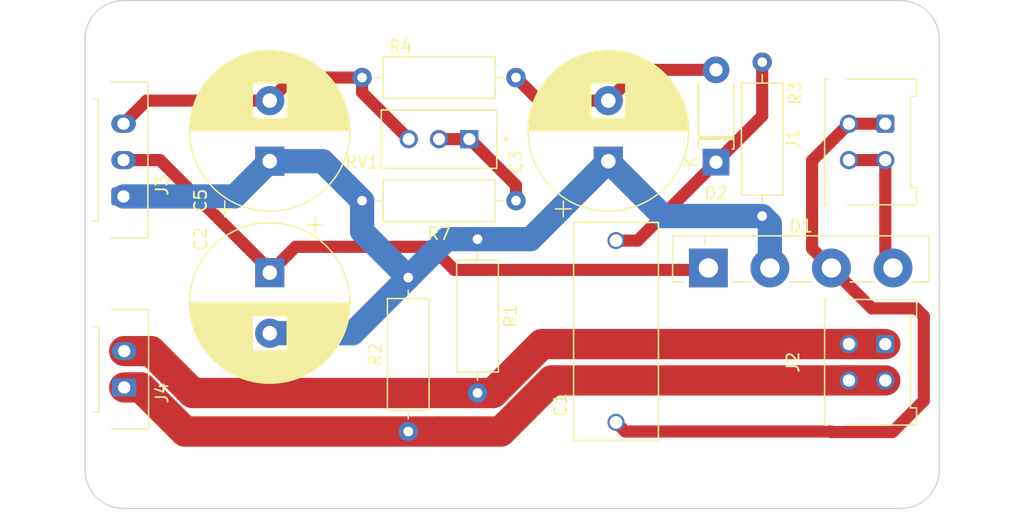
<source format=kicad_pcb>
(kicad_pcb (version 20221018) (generator pcbnew)
  (layers (0 "F.Cu" signal) (31 "B.Cu" signal) (34 "B.Paste" user) (35 "F.Paste" user) (36 "B.SilkS" user "B.Silkscreen") (37 "F.SilkS" user "F.Silkscreen") (38 "B.Mask" user) (39 "F.Mask" user) (44 "Edge.Cuts" user))
  (net 0 "")
  (net 1 "Net-(J1-Pin_2)")
  (net 2 "Net-(D2-K)")
  (net 3 "/B+")
  (net 4 "GND")
  (net 5 "Net-(D2-A)")
  (net 6 "/Bias")
  (net 7 "Net-(J2-Pin_2)")
  (net 8 "Net-(R7-Pad1)")
  (net 9 "Net-(J1-Pin_1)")
  (net 10 "Net-(J2-Pin_1)")
  (footprint "CustomFootprints:Molex_Micro-Fit_3.0_43045-0412_2x02_P3.00mm_Vertical" (layer "F.Cu") (at 167.005 110.895 -90)
    (fp_text reference "J2" (at 1.5 7.62 90) (layer "F.SilkS"))
    (fp_text value "Heater Secondary")
    (pad "" np_thru_hole circle (at -3 3.94 270) (size 1.02 1.02) (drill 1.02) (layers "*.Cu" "*.Mask"))
    (pad "" np_thru_hole circle (at 6 3.94 270) (size 1.02 1.02) (drill 1.02) (layers "*.Cu" "*.Mask"))
    (pad "1" thru_hole roundrect (at 0 0 270) (size 1.5 1.5) (drill 1.02) (layers "*.Cu" "*.Mask") (roundrect_rratio 0.166667) (net 10 "Net-(J2-Pin_1)"))
    (pad "2" thru_hole circle (at 3 0 270) (size 1.5 1.5) (drill 1.02) (layers "*.Cu" "*.Mask") (net 7 "Net-(J2-Pin_2)"))
    (pad "3" thru_hole circle (at 0 3 270) (size 1.5 1.5) (drill 1.02) (layers "*.Cu" "*.Mask") (net 10 "Net-(J2-Pin_1)"))
    (pad "4" thru_hole circle (at 3 3 270) (size 1.5 1.5) (drill 1.02) (layers "*.Cu" "*.Mask") (net 7 "Net-(J2-Pin_2)"))
  )
  (footprint "Resistor_THT:R_Axial_DIN0309_L9.0mm_D3.2mm_P12.70mm_Horizontal" (layer "F.Cu") (at 156.845 87.63 -90)
    (fp_text reference "R3" (at 2.54 -2.72 90) (layer "F.SilkS"))
    (fp_text value "56K")
    (pad "1" thru_hole circle (at 0 0 270) (size 1.6 1.6) (drill 0.8) (layers "*.Cu" "*.Mask") (net 2 "Net-(D2-K)"))
    (pad "2" thru_hole oval (at 12.7 0 270) (size 1.6 1.6) (drill 0.8) (layers "*.Cu" "*.Mask") (net 4 "GND"))
  )
  (footprint "Capacitor_THT:CP_Radial_D13.0mm_P5.00mm" (layer "F.Cu") (at 144.145 95.805 90)
    (fp_text reference "C3" (at -0.08 -7.62 90) (layer "F.SilkS"))
    (fp_text value "25uF")
    (pad "1" thru_hole rect (at 0 0 90) (size 2.4 2.4) (drill 1.2) (layers "*.Cu" "*.Mask") (net 4 "GND"))
    (pad "2" thru_hole circle (at 5 0 90) (size 2.4 2.4) (drill 1.2) (layers "*.Cu" "*.Mask") (net 5 "Net-(D2-A)"))
  )
  (footprint "Diode_THT:D_DO-41_SOD81_P7.62mm_Horizontal" (layer "F.Cu") (at 153.035 95.885 90)
    (fp_text reference "D2" (at -2.54 0 180) (layer "F.SilkS"))
    (fp_text value "D")
    (fp_text user "K" (at 0 -2.1 90) (layer "F.SilkS"))
    (pad "1" thru_hole rect (at 0 0 90) (size 2.2 2.2) (drill 1.1) (layers "*.Cu" "*.Mask") (net 2 "Net-(D2-K)"))
    (pad "2" thru_hole oval (at 7.62 0 90) (size 2.2 2.2) (drill 1.1) (layers "*.Cu" "*.Mask") (net 5 "Net-(D2-A)"))
  )
  (footprint "MountingHole:MountingHole_2.7mm_M2.5" (layer "F.Cu") (at 168.275 121.285)
    (fp_text reference "REF**" hide)
    (fp_text value "MountingHole_2.7mm_M2.5")
    (pad "" np_thru_hole circle (at 0 0) (size 2.7 2.7) (drill 2.7) (layers "*.Cu" "*.Mask"))
  )
  (footprint "Resistor_THT:R_Axial_DIN0309_L9.0mm_D3.2mm_P12.70mm_Horizontal" (layer "F.Cu") (at 136.525 88.9 180)
    (fp_text reference "R4" (at 9.525 2.54 180) (layer "F.SilkS"))
    (fp_text value "15K")
    (pad "1" thru_hole circle (at 0 0 180) (size 1.6 1.6) (drill 0.8) (layers "*.Cu" "*.Mask") (net 5 "Net-(D2-A)"))
    (pad "2" thru_hole oval (at 12.7 0 180) (size 1.6 1.6) (drill 0.8) (layers "*.Cu" "*.Mask") (net 6 "/Bias"))
  )
  (footprint "CustomFootprints:Molex_Micro-Fit_3.0_43650-0215_1x02_P3.00mm_Vertical" (layer "F.Cu") (at 104.195 114.475 90)
    (fp_text reference "J4" (at -0.46 3.12 90) (layer "F.SilkS"))
    (fp_text value "Heater Out")
    (pad "" np_thru_hole circle (at -3 -1.96 90) (size 1.27 1.27) (drill 1.27) (layers "*.Cu" "*.Mask"))
    (pad "" np_thru_hole circle (at 6 -1.96 90) (size 1.27 1.27) (drill 1.27) (layers "*.Cu" "*.Mask"))
    (pad "1" thru_hole roundrect (at 0 0 90) (size 1.5 2.02) (drill 1.02) (layers "*.Cu" "*.Mask") (roundrect_rratio 0.166667) (net 7 "Net-(J2-Pin_2)"))
    (pad "2" thru_hole oval (at 3 0 90) (size 1.5 2.02) (drill 1.02) (layers "*.Cu" "*.Mask") (net 10 "Net-(J2-Pin_1)"))
  )
  (footprint "Capacitor_THT:CP_Radial_D13.0mm_P5.00mm" (layer "F.Cu") (at 116.205 104.999785 -90)
    (fp_text reference "C2" (at -2.764785 5.715 90) (layer "F.SilkS"))
    (fp_text value "40uF")
    (pad "1" thru_hole rect (at 0 0 270) (size 2.4 2.4) (drill 1.2) (layers "*.Cu" "*.Mask") (net 3 "/B+"))
    (pad "2" thru_hole circle (at 5 0 270) (size 2.4 2.4) (drill 1.2) (layers "*.Cu" "*.Mask") (net 4 "GND"))
  )
  (footprint "MountingHole:MountingHole_2.7mm_M2.5" (layer "F.Cu") (at 104.14 121.285)
    (fp_text reference "REF**" hide)
    (fp_text value "MountingHole_2.7mm_M2.5")
    (pad "" np_thru_hole circle (at 0 0) (size 2.7 2.7) (drill 2.7) (layers "*.Cu" "*.Mask"))
  )
  (footprint "Resistor_THT:R_Axial_DIN0309_L9.0mm_D3.2mm_P12.70mm_Horizontal" (layer "F.Cu") (at 133.35 102.235 -90)
    (fp_text reference "R1" (at 6.35 -2.72 90) (layer "F.SilkS"))
    (fp_text value "100K ")
    (pad "1" thru_hole circle (at 0 0 270) (size 1.6 1.6) (drill 0.8) (layers "*.Cu" "*.Mask") (net 4 "GND"))
    (pad "2" thru_hole oval (at 12.7 0 270) (size 1.6 1.6) (drill 0.8) (layers "*.Cu" "*.Mask") (net 10 "Net-(J2-Pin_1)"))
  )
  (footprint "Diode_THT:Diode_Bridge_Vishay_GBL" (layer "F.Cu") (at 152.4 104.615)
    (fp_text reference "D1" (at 7.65 -3.45) (layer "F.SilkS"))
    (fp_text value "Bridge")
    (pad "1" thru_hole rect (at 0 0 180) (size 3.2 3.2) (drill 1.6) (layers "*.Cu" "*.Mask") (net 3 "/B+"))
    (pad "2" thru_hole circle (at 5.08 0 180) (size 3.2 3.2) (drill 1.6) (layers "*.Cu" "*.Mask") (net 4 "GND"))
    (pad "3" thru_hole circle (at 10.16 0 180) (size 3.2 3.2) (drill 1.6) (layers "*.Cu" "*.Mask") (net 9 "Net-(J1-Pin_1)"))
    (pad "4" thru_hole circle (at 15.24 0 180) (size 3.2 3.2) (drill 1.6) (layers "*.Cu" "*.Mask") (net 1 "Net-(J1-Pin_2)"))
  )
  (footprint "CustomFootprints:Molex_Micro-Fit_3.0_43045-0412_2x02_P3.00mm_Vertical" (layer "F.Cu") (at 167.005 92.71 -90)
    (fp_text reference "J1" (at 1.27 7.62 90) (layer "F.SilkS"))
    (fp_text value "HT Secondary")
    (pad "" np_thru_hole circle (at -3 3.94 270) (size 1.02 1.02) (drill 1.02) (layers "*.Cu" "*.Mask"))
    (pad "" np_thru_hole circle (at 6 3.94 270) (size 1.02 1.02) (drill 1.02) (layers "*.Cu" "*.Mask"))
    (pad "1" thru_hole roundrect (at 0 0 270) (size 1.5 1.5) (drill 1.02) (layers "*.Cu" "*.Mask") (roundrect_rratio 0.166667) (net 9 "Net-(J1-Pin_1)"))
    (pad "2" thru_hole circle (at 3 0 270) (size 1.5 1.5) (drill 1.02) (layers "*.Cu" "*.Mask") (net 1 "Net-(J1-Pin_2)"))
    (pad "3" thru_hole circle (at 0 3 270) (size 1.5 1.5) (drill 1.02) (layers "*.Cu" "*.Mask") (net 9 "Net-(J1-Pin_1)"))
    (pad "4" thru_hole circle (at 3 3 270) (size 1.5 1.5) (drill 1.02) (layers "*.Cu" "*.Mask") (net 1 "Net-(J1-Pin_2)"))
  )
  (footprint "CustomFootprints:Molex_Micro-Fit_3.0_43650-0315_1x03_P3.00mm_Vertical" (layer "F.Cu") (at 104.14 98.71 90)
    (fp_text reference "J3" (at 0.92 3.175 90) (layer "F.SilkS"))
    (fp_text value "Power Amp Out")
    (pad "" np_thru_hole circle (at -3 -1.96 90) (size 1.27 1.27) (drill 1.27) (layers "*.Cu" "*.Mask"))
    (pad "" np_thru_hole circle (at 9 -1.96 90) (size 1.27 1.27) (drill 1.27) (layers "*.Cu" "*.Mask"))
    (pad "1" thru_hole roundrect (at 0 0 90) (size 1.5 2.02) (drill 1.02) (layers "*.Cu" "*.Mask") (roundrect_rratio 0.166667) (net 4 "GND"))
    (pad "2" thru_hole oval (at 3 0 90) (size 1.5 2.02) (drill 1.02) (layers "*.Cu" "*.Mask") (net 3 "/B+"))
    (pad "3" thru_hole oval (at 6 0 90) (size 1.5 2.02) (drill 1.02) (layers "*.Cu" "*.Mask") (net 6 "/Bias"))
  )
  (footprint "MountingHole:MountingHole_2.7mm_M2.5" (layer "F.Cu") (at 168.275 85.725)
    (fp_text reference "REF**" hide)
    (fp_text value "MountingHole_2.7mm_M2.5")
    (pad "" np_thru_hole circle (at 0 0) (size 2.7 2.7) (drill 2.7) (layers "*.Cu" "*.Mask"))
  )
  (footprint "CustomFootprints:TRIM_PV36W503C01B00" (layer "F.Cu") (at 130.175 93.98 180)
    (fp_text reference "RV1" (at 6.35 -1.905) (layer "F.SilkS"))
    (fp_text value "50K Lin")
    (pad "1" thru_hole rect (at -2.5 0 180) (size 1.508 1.508) (drill 1) (layers "*.Cu" "*.Mask") (net 8 "Net-(R7-Pad1)"))
    (pad "2" thru_hole circle (at 0 0 180) (size 1.508 1.508) (drill 1) (layers "*.Cu" "*.Mask") (net 8 "Net-(R7-Pad1)"))
    (pad "3" thru_hole circle (at 2.5 0 180) (size 1.508 1.508) (drill 1) (layers "*.Cu" "*.Mask") (net 6 "/Bias"))
  )
  (footprint "Capacitor_THT:CP_Radial_D13.0mm_P5.00mm" (layer "F.Cu") (at 116.205 95.805 90)
    (fp_text reference "C5" (at -3.255 -5.715 90) (layer "F.SilkS"))
    (fp_text value "25uF")
    (pad "1" thru_hole rect (at 0 0 90) (size 2.4 2.4) (drill 1.2) (layers "*.Cu" "*.Mask") (net 4 "GND"))
    (pad "2" thru_hole circle (at 5 0 90) (size 2.4 2.4) (drill 1.2) (layers "*.Cu" "*.Mask") (net 6 "/Bias"))
  )
  (footprint "Resistor_THT:R_Axial_DIN0309_L9.0mm_D3.2mm_P12.70mm_Horizontal" (layer "F.Cu") (at 127.635 118.11 90)
    (fp_text reference "R2" (at 6.35 -2.72 90) (layer "F.SilkS"))
    (fp_text value "100K ")
    (pad "1" thru_hole circle (at 0 0 90) (size 1.6 1.6) (drill 0.8) (layers "*.Cu" "*.Mask") (net 7 "Net-(J2-Pin_2)"))
    (pad "2" thru_hole oval (at 12.7 0 90) (size 1.6 1.6) (drill 0.8) (layers "*.Cu" "*.Mask") (net 4 "GND"))
  )
  (footprint "Resistor_THT:R_Axial_DIN0309_L9.0mm_D3.2mm_P12.70mm_Horizontal" (layer "F.Cu") (at 136.525 99.06 180)
    (fp_text reference "R7" (at 6.35 -2.72) (layer "F.SilkS"))
    (fp_text value "47K")
    (pad "1" thru_hole circle (at 0 0 180) (size 1.6 1.6) (drill 0.8) (layers "*.Cu" "*.Mask") (net 8 "Net-(R7-Pad1)"))
    (pad "2" thru_hole oval (at 12.7 0 180) (size 1.6 1.6) (drill 0.8) (layers "*.Cu" "*.Mask") (net 4 "GND"))
  )
  (footprint "CustomFootprints:CAPRR1500W80L1800T700H1250" (layer "F.Cu") (at 144.78 109.855 90)
    (fp_text reference "C1" (at -6.075 -4.585 90) (layer "F.SilkS"))
    (fp_text value "0.05uF")
    (pad "1" thru_hole circle (at -7.5 0 90) (size 1.4 1.4) (drill 1.05) (layers "*.Cu" "*.Mask") (net 9 "Net-(J1-Pin_1)"))
    (pad "2" thru_hole circle (at 7.5 0 90) (size 1.4 1.4) (drill 1.05) (layers "*.Cu" "*.Mask") (net 2 "Net-(D2-K)"))
  )
  (footprint "MountingHole:MountingHole_2.7mm_M2.5" (layer "F.Cu") (at 104.14 85.725)
    (fp_text reference "REF**" hide)
    (fp_text value "MountingHole_2.7mm_M2.5")
    (pad "" np_thru_hole circle (at 0 0) (size 2.7 2.7) (drill 2.7) (layers "*.Cu" "*.Mask"))
  )
  (gr_line (start 104.14 124.46) (end 168.275 124.46) (stroke (width 0.1)) (layer "Edge.Cuts"))
  (gr_line (start 100.965 85.725) (end 100.965 121.285) (stroke (width 0.1)) (layer "Edge.Cuts"))
  (gr_arc (start 104.14 124.46) (mid 101.894936 123.530064) (end 100.965 121.285) (stroke (width 0.1)) (layer "Edge.Cuts"))
  (gr_arc (start 168.275 82.55) (mid 170.520064 83.479936) (end 171.45 85.725) (stroke (width 0.1)) (layer "Edge.Cuts"))
  (gr_arc (start 171.45 121.285) (mid 170.520064 123.530064) (end 168.275 124.46) (stroke (width 0.1)) (layer "Edge.Cuts"))
  (gr_line (start 168.275 82.55) (end 104.14 82.55) (stroke (width 0.1)) (layer "Edge.Cuts"))
  (gr_arc (start 100.965 85.725) (mid 101.894936 83.479936) (end 104.14 82.55) (stroke (width 0.1)) (layer "Edge.Cuts"))
  (gr_line (start 171.45 85.725) (end 171.45 121.285) (stroke (width 0.1)) (layer "Edge.Cuts"))
  (segment (start 167.005 95.71) (end 167.005 103.98) (width 1) (layer "F.Cu") (net 1))
  (segment (start 167.005 103.98) (end 167.64 104.615) (width 1) (layer "F.Cu") (net 1))
  (segment (start 167.005 95.71) (end 164.005 95.71) (width 1) (layer "F.Cu") (net 1))
  (segment (start 153.035 95.885) (end 156.845 92.075) (width 1) (layer "F.Cu") (net 2))
  (segment (start 144.78 102.355) (end 146.565 102.355) (width 1) (layer "F.Cu") (net 2))
  (segment (start 156.845 92.075) (end 156.845 87.63) (width 1) (layer "F.Cu") (net 2))
  (segment (start 146.565 102.355) (end 153.035 95.885) (width 1) (layer "F.Cu") (net 2))
  (segment (start 152.4 104.615) (end 152.24 104.775) (width 1) (layer "F.Cu") (net 3))
  (segment (start 107.14 95.71) (end 116.205 104.775) (width 1) (layer "F.Cu") (net 3))
  (segment (start 118.334785 102.87) (end 116.205 104.999785) (width 1) (layer "F.Cu") (net 3))
  (segment (start 131.445 104.775) (end 129.54 102.87) (width 1) (layer "F.Cu") (net 3))
  (segment (start 116.205 104.775) (end 116.205 104.999785) (width 1) (layer "F.Cu") (net 3))
  (segment (start 152.24 104.775) (end 131.445 104.775) (width 1) (layer "F.Cu") (net 3))
  (segment (start 104.14 95.71) (end 107.14 95.71) (width 1) (layer "F.Cu") (net 3))
  (segment (start 129.54 102.87) (end 118.334785 102.87) (width 1) (layer "F.Cu") (net 3))
  (segment (start 156.845 100.33) (end 148.67 100.33) (width 2) (layer "B.Cu") (net 4))
  (segment (start 148.67 100.33) (end 144.145 95.805) (width 2) (layer "B.Cu") (net 4))
  (segment (start 123.825 99.06) (end 123.825 101.6) (width 2) (layer "B.Cu") (net 4))
  (segment (start 116.205 95.805) (end 113.3 98.71) (width 2) (layer "B.Cu") (net 4))
  (segment (start 123.045215 109.999785) (end 127.635 105.41) (width 2) (layer "B.Cu") (net 4))
  (segment (start 127.635 105.41) (end 130.81 102.235) (width 2) (layer "B.Cu") (net 4))
  (segment (start 157.48 100.965) (end 156.845 100.33) (width 2) (layer "B.Cu") (net 4))
  (segment (start 116.205 109.999785) (end 123.045215 109.999785) (width 2) (layer "B.Cu") (net 4))
  (segment (start 144.145 95.805) (end 137.715 102.235) (width 2) (layer "B.Cu") (net 4))
  (segment (start 123.825 101.6) (end 127.635 105.41) (width 2) (layer "B.Cu") (net 4))
  (segment (start 130.81 102.235) (end 133.35 102.235) (width 2) (layer "B.Cu") (net 4))
  (segment (start 137.715 102.235) (end 133.35 102.235) (width 2) (layer "B.Cu") (net 4))
  (segment (start 157.48 104.615) (end 157.48 100.965) (width 2) (layer "B.Cu") (net 4))
  (segment (start 113.3 98.71) (end 104.14 98.71) (width 2) (layer "B.Cu") (net 4))
  (segment (start 116.205 95.805) (end 120.57 95.805) (width 2) (layer "B.Cu") (net 4))
  (segment (start 120.57 95.805) (end 123.825 99.06) (width 2) (layer "B.Cu") (net 4))
  (segment (start 104.14 98.71) (end 104.14 98.825771) (width 0.25) (layer "B.Cu") (net 4))
  (segment (start 138.43 90.805) (end 136.525 88.9) (width 1) (layer "F.Cu") (net 5))
  (segment (start 153.035 88.265) (end 146.685 88.265) (width 1) (layer "F.Cu") (net 5))
  (segment (start 146.685 88.265) (end 144.145 90.805) (width 1) (layer "F.Cu") (net 5))
  (segment (start 144.145 90.805) (end 138.43 90.805) (width 1) (layer "F.Cu") (net 5))
  (segment (start 118.11 88.9) (end 116.205 90.805) (width 1) (layer "F.Cu") (net 6))
  (segment (start 106.045 90.805) (end 104.14 92.71) (width 1) (layer "F.Cu") (net 6))
  (segment (start 116.205 90.805) (end 106.045 90.805) (width 1) (layer "F.Cu") (net 6))
  (segment (start 123.825 88.9) (end 123.825 90.13) (width 1) (layer "F.Cu") (net 6))
  (segment (start 123.825 88.9) (end 118.11 88.9) (width 1) (layer "F.Cu") (net 6))
  (segment (start 123.825 90.13) (end 127.675 93.98) (width 1) (layer "F.Cu") (net 6))
  (segment (start 104.195 114.475) (end 105.576624 114.475) (width 2.5) (layer "F.Cu") (net 7))
  (segment (start 167.005 113.895) (end 164.005 113.895) (width 2.5) (layer "F.Cu") (net 7))
  (segment (start 164.005 113.895) (end 139.478376 113.895) (width 2.5) (layer "F.Cu") (net 7))
  (segment (start 105.576624 114.475) (end 109.211623 118.11) (width 2.5) (layer "F.Cu") (net 7))
  (segment (start 130.175 118.11) (end 135.263376 118.11) (width 2.5) (layer "F.Cu") (net 7))
  (segment (start 109.211623 118.11) (end 130.175 118.11) (width 2.5) (layer "F.Cu") (net 7))
  (segment (start 135.263376 118.11) (end 139.478376 113.895) (width 2.5) (layer "F.Cu") (net 7))
  (segment (start 136.525 97.79) (end 136.525 99.06) (width 1) (layer "F.Cu") (net 8))
  (segment (start 132.715 93.98) (end 136.525 97.79) (width 1) (layer "F.Cu") (net 8))
  (segment (start 132.675 93.98) (end 132.715 93.98) (width 1) (layer "F.Cu") (net 8))
  (segment (start 132.675 93.98) (end 130.175 93.98) (width 1) (layer "F.Cu") (net 8))
  (segment (start 160.96 95.755) (end 160.96 103.015) (width 1) (layer "F.Cu") (net 9))
  (segment (start 145.535 118.11) (end 162.498091 118.11) (width 1) (layer "F.Cu") (net 9))
  (segment (start 160.96 103.015) (end 162.56 104.615) (width 1) (layer "F.Cu") (net 9))
  (segment (start 164.005 92.71) (end 160.96 95.755) (width 1) (layer "F.Cu") (net 9))
  (segment (start 169.545 107.95) (end 165.895 107.95) (width 1) (layer "F.Cu") (net 9))
  (segment (start 162.543091 118.155) (end 167.595 118.155) (width 1) (layer "F.Cu") (net 9))
  (segment (start 170.18 115.57) (end 170.18 108.585) (width 1) (layer "F.Cu") (net 9))
  (segment (start 167.005 92.71) (end 164.005 92.71) (width 1) (layer "F.Cu") (net 9))
  (segment (start 167.595 118.155) (end 170.18 115.57) (width 1) (layer "F.Cu") (net 9))
  (segment (start 165.895 107.95) (end 162.56 104.615) (width 1) (layer "F.Cu") (net 9))
  (segment (start 162.498091 118.11) (end 162.543091 118.155) (width 1) (layer "F.Cu") (net 9))
  (segment (start 170.18 108.585) (end 169.545 107.95) (width 1) (layer "F.Cu") (net 9))
  (segment (start 144.78 117.355) (end 145.535 118.11) (width 1) (layer "F.Cu") (net 9))
  (segment (start 106.395 111.475) (end 109.855 114.935) (width 2.5) (layer "F.Cu") (net 10))
  (segment (start 138.66 110.895) (end 134.62 114.935) (width 2.5) (layer "F.Cu") (net 10))
  (segment (start 164.005 110.895) (end 138.66 110.895) (width 2.5) (layer "F.Cu") (net 10))
  (segment (start 167.005 110.895) (end 164.005 110.895) (width 2.5) (layer "F.Cu") (net 10))
  (segment (start 109.855 114.935) (end 134.62 114.935) (width 2.5) (layer "F.Cu") (net 10))
  (segment (start 104.195 111.475) (end 106.395 111.475) (width 2.5) (layer "F.Cu") (net 10))
)
</source>
